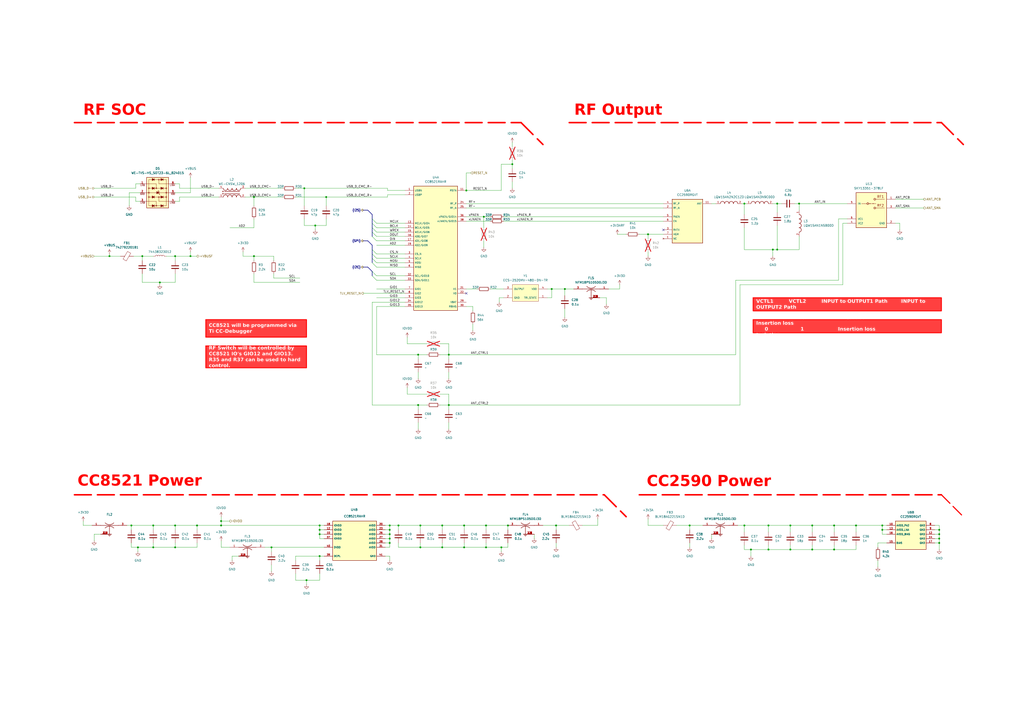
<source format=kicad_sch>
(kicad_sch (version 20231120) (generator "eeschema") (generator_version "8.0")
  (paper "A2")
  (title_block (title "RF SOC") (date "2025-03-29") (rev "0.1"))
  (junction (at 280.67 125.73))
  (junction (at 290.83 317.5))
  (junction (at 189.23 114.3))
  (junction (at 226.06 304.8))
  (junction (at 327.66 167.64))
  (junction (at 270.51 110.49))
  (junction (at 294.64 304.8))
  (junction (at 297.18 95.25))
  (junction (at 260.35 234.95))
  (junction (at 471.17 318.77))
  (junction (at 110.49 148.59))
  (junction (at 242.57 205.74))
  (junction (at 63.5 148.59))
  (junction (at 76.2 304.8))
  (junction (at 147.32 114.3))
  (junction (at 80.01 317.5))
  (junction (at 185.42 322.58))
  (junction (at 157.48 317.5))
  (junction (at 322.58 304.8))
  (junction (at 450.85 144.78))
  (junction (at 226.06 307.34))
  (junction (at 177.8 336.55))
  (junction (at 448.31 144.78))
  (junction (at 483.87 304.8))
  (junction (at 101.6 317.5))
  (junction (at 101.6 148.59))
  (junction (at 256.54 304.8))
  (junction (at 231.14 304.8))
  (junction (at 269.24 304.8))
  (junction (at 483.87 318.77))
  (junction (at 496.57 304.8))
  (junction (at 544.83 312.42))
  (junction (at 431.8 304.8))
  (junction (at 243.84 304.8))
  (junction (at 544.83 307.34))
  (junction (at 375.92 135.89))
  (junction (at 128.27 304.8))
  (junction (at 445.77 304.8))
  (junction (at 458.47 318.77))
  (junction (at 88.9 304.8))
  (junction (at 281.94 304.8))
  (junction (at 114.3 304.8))
  (junction (at 226.06 314.96))
  (junction (at 281.94 317.5))
  (junction (at 511.81 304.8))
  (junction (at 450.85 118.11))
  (junction (at 82.55 148.59))
  (junction (at 185.42 307.34))
  (junction (at 431.8 118.11))
  (junction (at 400.05 304.8))
  (junction (at 226.06 309.88))
  (junction (at 463.55 118.11))
  (junction (at 185.42 309.88))
  (junction (at 243.84 317.5))
  (junction (at 88.9 317.5))
  (junction (at 471.17 304.8))
  (junction (at 435.61 318.77))
  (junction (at 544.83 314.96))
  (junction (at 458.47 304.8))
  (junction (at 176.53 109.22))
  (junction (at 511.81 307.34))
  (junction (at 544.83 309.88))
  (junction (at 226.06 312.42))
  (junction (at 101.6 304.8))
  (junction (at 242.57 234.95))
  (junction (at 128.27 302.26))
  (junction (at 185.42 304.8))
  (junction (at 320.04 167.64))
  (junction (at 147.32 148.59))
  (junction (at 92.71 163.83))
  (junction (at 445.77 318.77))
  (junction (at 260.35 205.74))
  (junction (at 182.88 130.81))
  (junction (at 256.54 317.5))
  (junction (at 269.24 317.5))
  (no_connect (at 384.81 133.35))
  (no_connect (at 270.51 170.18))
  (bus_entry (at 215.9 134.62) (size 2.54 2.54))
  (bus_entry (at 215.9 160.02) (size 2.54 2.54))
  (bus_entry (at 215.9 129.54) (size 2.54 2.54))
  (bus_entry (at 215.9 149.86) (size 2.54 2.54))
  (bus_entry (at 215.9 127) (size 2.54 2.54))
  (bus_entry (at 215.9 144.78) (size 2.54 2.54))
  (bus_entry (at 215.9 152.4) (size 2.54 2.54))
  (bus_entry (at 215.9 157.48) (size 2.54 2.54))
  (bus_entry (at 215.9 137.16) (size 2.54 2.54))
  (bus_entry (at 215.9 147.32) (size 2.54 2.54))
  (bus_entry (at 215.9 132.08) (size 2.54 2.54))
  (wire (pts (xy 280.67 125.73) (xy 280.67 132.08)))
  (wire (pts (xy 101.6 158.75) (xy 101.6 163.83)))
  (wire (pts (xy 218.44 129.54) (xy 234.95 129.54)))
  (wire (pts (xy 431.8 316.23) (xy 431.8 318.77)))
  (wire (pts (xy 140.97 146.05) (xy 140.97 148.59)))
  (wire (pts (xy 243.84 314.96) (xy 243.84 317.5)))
  (wire (pts (xy 242.57 215.9) (xy 242.57 219.71)))
  (bus (pts (xy 210.82 121.92) (xy 213.36 121.92)))
  (wire (pts (xy 231.14 304.8) (xy 243.84 304.8)))
  (wire (pts (xy 429.26 165.1) (xy 429.26 234.95)))
  (bus (pts (xy 215.9 124.46) (xy 215.9 127)))
  (wire (pts (xy 226.06 309.88) (xy 226.06 312.42)))
  (bus (pts (xy 215.9 124.46) (xy 213.36 121.92)))
  (wire (pts (xy 256.54 307.34) (xy 256.54 304.8)))
  (wire (pts (xy 176.53 127) (xy 176.53 130.81)))
  (wire (pts (xy 412.75 309.88) (xy 412.75 312.42)))
  (wire (pts (xy 280.67 139.7) (xy 280.67 143.51)))
  (wire (pts (xy 176.53 109.22) (xy 224.79 109.22)))
  (wire (pts (xy 431.8 144.78) (xy 431.8 132.08)))
  (wire (pts (xy 445.77 304.8) (xy 445.77 308.61)))
  (wire (pts (xy 114.3 314.96) (xy 114.3 317.5)))
  (wire (pts (xy 96.52 148.59) (xy 101.6 148.59)))
  (wire (pts (xy 370.84 135.89) (xy 375.92 135.89)))
  (wire (pts (xy 359.41 167.64) (xy 353.06 167.64)))
  (wire (pts (xy 158.75 161.29) (xy 173.99 161.29)))
  (wire (pts (xy 292.1 125.73) (xy 384.81 125.73)))
  (wire (pts (xy 101.6 148.59) (xy 110.49 148.59)))
  (wire (pts (xy 82.55 163.83) (xy 82.55 158.75)))
  (wire (pts (xy 429.26 165.1) (xy 488.95 165.1)))
  (wire (pts (xy 185.42 307.34) (xy 185.42 304.8)))
  (wire (pts (xy 544.83 314.96) (xy 544.83 312.42)))
  (bus (pts (xy 215.9 157.48) (xy 213.36 154.94)))
  (wire (pts (xy 412.75 118.11) (xy 415.29 118.11)))
  (wire (pts (xy 231.14 304.8) (xy 231.14 307.34)))
  (wire (pts (xy 322.58 304.8) (xy 322.58 307.34)))
  (wire (pts (xy 270.51 167.64) (xy 276.86 167.64)))
  (wire (pts (xy 463.55 137.16) (xy 463.55 144.78)))
  (wire (pts (xy 218.44 134.62) (xy 234.95 134.62)))
  (wire (pts (xy 317.5 172.72) (xy 320.04 172.72)))
  (wire (pts (xy 281.94 304.8) (xy 294.64 304.8)))
  (wire (pts (xy 236.22 199.39) (xy 247.65 199.39)))
  (wire (pts (xy 187.96 312.42) (xy 185.42 312.42)))
  (wire (pts (xy 177.8 339.09) (xy 177.8 336.55)))
  (wire (pts (xy 281.94 317.5) (xy 290.83 317.5)))
  (wire (pts (xy 218.44 147.32) (xy 234.95 147.32)))
  (wire (pts (xy 215.9 234.95) (xy 242.57 234.95)))
  (wire (pts (xy 147.32 148.59) (xy 147.32 151.13)))
  (wire (pts (xy 185.42 336.55) (xy 185.42 332.74)))
  (wire (pts (xy 511.81 304.8) (xy 514.35 304.8)))
  (wire (pts (xy 544.83 312.42) (xy 544.83 309.88)))
  (bus (pts (xy 215.9 147.32) (xy 215.9 144.78)))
  (wire (pts (xy 260.35 199.39) (xy 260.35 205.74)))
  (wire (pts (xy 82.55 151.13) (xy 82.55 148.59)))
  (wire (pts (xy 448.31 118.11) (xy 450.85 118.11)))
  (polyline (pts (xy 43.18 71.12) (xy 302.26 71.12)) (stroke (width 0.889) (type dash) (color 255 0 0 1)))
  (wire (pts (xy 281.94 317.5) (xy 269.24 317.5)))
  (wire (pts (xy 375.92 300.99) (xy 375.92 304.8)))
  (wire (pts (xy 81.28 111.76) (xy 74.93 111.76)))
  (polyline (pts (xy 546.1 71.12) (xy 558.8 83.82)) (stroke (width 0.889) (type dash) (color 255 0 0 1)))
  (wire (pts (xy 289.56 175.26) (xy 289.56 172.72)))
  (wire (pts (xy 519.43 129.54) (xy 521.97 129.54)))
  (wire (pts (xy 450.85 130.81) (xy 450.85 144.78)))
  (wire (pts (xy 54.61 309.88) (xy 58.42 309.88)))
  (wire (pts (xy 101.6 314.96) (xy 101.6 317.5)))
  (wire (pts (xy 392.43 304.8) (xy 400.05 304.8)))
  (wire (pts (xy 226.06 307.34) (xy 226.06 309.88)))
  (polyline (pts (xy 370.84 287.02) (xy 546.1 287.02)) (stroke (width 0.889) (type dash) (color 255 0 0 1)))
  (wire (pts (xy 435.61 318.77) (xy 435.61 322.58)))
  (wire (pts (xy 78.74 106.68) (xy 78.74 109.22)))
  (wire (pts (xy 223.52 322.58) (xy 226.06 322.58)))
  (wire (pts (xy 147.32 163.83) (xy 173.99 163.83)))
  (wire (pts (xy 236.22 199.39) (xy 236.22 195.58)))
  (wire (pts (xy 218.44 137.16) (xy 234.95 137.16)))
  (wire (pts (xy 483.87 304.8) (xy 483.87 308.61)))
  (wire (pts (xy 88.9 304.8) (xy 101.6 304.8)))
  (wire (pts (xy 458.47 304.8) (xy 445.77 304.8)))
  (wire (pts (xy 491.49 127) (xy 486.41 127)))
  (wire (pts (xy 427.99 304.8) (xy 431.8 304.8)))
  (wire (pts (xy 236.22 224.79) (xy 236.22 228.6)))
  (bus (pts (xy 210.82 154.94) (xy 213.36 154.94)))
  (wire (pts (xy 320.04 172.72) (xy 320.04 167.64)))
  (bus (pts (xy 215.9 127) (xy 215.9 129.54)))
  (wire (pts (xy 80.01 320.04) (xy 80.01 317.5)))
  (wire (pts (xy 128.27 302.26) (xy 133.35 302.26)))
  (wire (pts (xy 431.8 304.8) (xy 431.8 308.61)))
  (wire (pts (xy 519.43 115.57) (xy 535.94 115.57)))
  (wire (pts (xy 297.18 95.25) (xy 297.18 92.71)))
  (wire (pts (xy 327.66 167.64) (xy 320.04 167.64)))
  (wire (pts (xy 463.55 118.11) (xy 491.49 118.11)))
  (wire (pts (xy 260.35 234.95) (xy 429.26 234.95)))
  (wire (pts (xy 322.58 314.96) (xy 322.58 317.5)))
  (wire (pts (xy 215.9 175.26) (xy 234.95 175.26)))
  (wire (pts (xy 358.14 135.89) (xy 363.22 135.89)))
  (wire (pts (xy 133.35 132.08) (xy 147.32 132.08)))
  (wire (pts (xy 327.66 171.45) (xy 327.66 167.64)))
  (wire (pts (xy 269.24 304.8) (xy 269.24 307.34)))
  (wire (pts (xy 224.79 110.49) (xy 234.95 110.49)))
  (wire (pts (xy 426.72 162.56) (xy 486.41 162.56)))
  (wire (pts (xy 104.14 114.3) (xy 104.14 116.84)))
  (wire (pts (xy 491.49 129.54) (xy 488.95 129.54)))
  (wire (pts (xy 458.47 318.77) (xy 458.47 316.23)))
  (wire (pts (xy 471.17 304.8) (xy 483.87 304.8)))
  (wire (pts (xy 128.27 302.26) (xy 128.27 304.8)))
  (wire (pts (xy 101.6 148.59) (xy 101.6 151.13)))
  (wire (pts (xy 270.51 100.33) (xy 270.51 110.49)))
  (wire (pts (xy 73.66 304.8) (xy 76.2 304.8)))
  (wire (pts (xy 280.67 125.73) (xy 284.48 125.73)))
  (bus (pts (xy 215.9 142.24) (xy 213.36 139.7)))
  (wire (pts (xy 157.48 317.5) (xy 157.48 320.04)))
  (wire (pts (xy 147.32 127) (xy 147.32 132.08)))
  (wire (pts (xy 63.5 147.32) (xy 63.5 148.59)))
  (wire (pts (xy 450.85 118.11) (xy 450.85 123.19)))
  (wire (pts (xy 92.71 163.83) (xy 82.55 163.83)))
  (wire (pts (xy 54.61 114.3) (xy 78.74 114.3)))
  (wire (pts (xy 260.35 205.74) (xy 426.72 205.74)))
  (wire (pts (xy 218.44 149.86) (xy 234.95 149.86)))
  (wire (pts (xy 242.57 234.95) (xy 242.57 237.49)))
  (wire (pts (xy 544.83 307.34) (xy 544.83 304.8)))
  (wire (pts (xy 128.27 317.5) (xy 133.35 317.5)))
  (wire (pts (xy 88.9 317.5) (xy 80.01 317.5)))
  (wire (pts (xy 234.95 113.03) (xy 224.79 113.03)))
  (wire (pts (xy 544.83 318.77) (xy 544.83 314.96)))
  (wire (pts (xy 322.58 304.8) (xy 314.96 304.8)))
  (wire (pts (xy 260.35 205.74) (xy 260.35 208.28)))
  (wire (pts (xy 297.18 82.55) (xy 297.18 85.09)))
  (wire (pts (xy 297.18 105.41) (xy 297.18 109.22)))
  (wire (pts (xy 327.66 184.15) (xy 327.66 179.07)))
  (wire (pts (xy 290.83 317.5) (xy 294.64 317.5)))
  (wire (pts (xy 104.14 116.84) (xy 101.6 116.84)))
  (wire (pts (xy 101.6 307.34) (xy 101.6 304.8)))
  (wire (pts (xy 431.8 118.11) (xy 431.8 124.46)))
  (wire (pts (xy 128.27 313.69) (xy 128.27 317.5)))
  (wire (pts (xy 218.44 167.64) (xy 234.95 167.64)))
  (wire (pts (xy 176.53 109.22) (xy 176.53 119.38)))
  (wire (pts (xy 445.77 318.77) (xy 458.47 318.77)))
  (wire (pts (xy 226.06 314.96) (xy 223.52 314.96)))
  (wire (pts (xy 483.87 318.77) (xy 483.87 316.23)))
  (wire (pts (xy 274.32 180.34) (xy 274.32 177.8)))
  (wire (pts (xy 511.81 307.34) (xy 514.35 307.34)))
  (wire (pts (xy 448.31 144.78) (xy 431.8 144.78)))
  (wire (pts (xy 223.52 307.34) (xy 226.06 307.34)))
  (wire (pts (xy 218.44 142.24) (xy 234.95 142.24)))
  (wire (pts (xy 351.79 172.72) (xy 347.98 172.72)))
  (wire (pts (xy 255.27 234.95) (xy 260.35 234.95)))
  (wire (pts (xy 78.74 116.84) (xy 81.28 116.84)))
  (wire (pts (xy 226.06 304.8) (xy 226.06 307.34)))
  (wire (pts (xy 236.22 228.6) (xy 247.65 228.6)))
  (wire (pts (xy 80.01 317.5) (xy 76.2 317.5)))
  (wire (pts (xy 77.47 148.59) (xy 82.55 148.59)))
  (wire (pts (xy 218.44 132.08) (xy 234.95 132.08)))
  (wire (pts (xy 255.27 228.6) (xy 260.35 228.6)))
  (wire (pts (xy 218.44 139.7) (xy 234.95 139.7)))
  (wire (pts (xy 496.57 318.77) (xy 496.57 316.23)))
  (wire (pts (xy 177.8 336.55) (xy 185.42 336.55)))
  (wire (pts (xy 290.83 110.49) (xy 290.83 95.25)))
  (wire (pts (xy 153.67 317.5) (xy 157.48 317.5)))
  (wire (pts (xy 171.45 332.74) (xy 171.45 336.55)))
  (wire (pts (xy 104.14 114.3) (xy 127 114.3)))
  (wire (pts (xy 430.53 118.11) (xy 431.8 118.11)))
  (wire (pts (xy 171.45 322.58) (xy 171.45 325.12)))
  (wire (pts (xy 509.27 325.12) (xy 509.27 328.93)))
  (wire (pts (xy 521.97 129.54) (xy 521.97 133.35)))
  (wire (pts (xy 544.83 304.8) (xy 542.29 304.8)))
  (wire (pts (xy 458.47 304.8) (xy 471.17 304.8)))
  (wire (pts (xy 110.49 148.59) (xy 114.3 148.59)))
  (wire (pts (xy 218.44 205.74) (xy 242.57 205.74)))
  (wire (pts (xy 158.75 148.59) (xy 158.75 151.13)))
  (wire (pts (xy 226.06 312.42) (xy 223.52 312.42)))
  (wire (pts (xy 147.32 148.59) (xy 158.75 148.59)))
  (wire (pts (xy 375.92 135.89) (xy 375.92 138.43)))
  (wire (pts (xy 189.23 114.3) (xy 224.79 114.3)))
  (wire (pts (xy 450.85 118.11) (xy 453.39 118.11)))
  (wire (pts (xy 542.29 314.96) (xy 544.83 314.96)))
  (wire (pts (xy 54.61 109.22) (xy 78.74 109.22)))
  (wire (pts (xy 431.8 304.8) (xy 445.77 304.8)))
  (wire (pts (xy 147.32 114.3) (xy 147.32 119.38)))
  (wire (pts (xy 48.26 304.8) (xy 53.34 304.8)))
  (wire (pts (xy 54.61 313.69) (xy 54.61 309.88)))
  (wire (pts (xy 92.71 165.1) (xy 92.71 163.83)))
  (bus (pts (xy 215.9 134.62) (xy 215.9 137.16)))
  (wire (pts (xy 243.84 317.5) (xy 256.54 317.5)))
  (wire (pts (xy 185.42 322.58) (xy 187.96 322.58)))
  (wire (pts (xy 270.51 125.73) (xy 280.67 125.73)))
  (wire (pts (xy 218.44 177.8) (xy 218.44 205.74)))
  (wire (pts (xy 448.31 144.78) (xy 448.31 148.59)))
  (wire (pts (xy 247.65 234.95) (xy 242.57 234.95)))
  (wire (pts (xy 48.26 302.26) (xy 48.26 304.8)))
  (wire (pts (xy 255.27 205.74) (xy 260.35 205.74)))
  (wire (pts (xy 76.2 304.8) (xy 88.9 304.8)))
  (wire (pts (xy 435.61 318.77) (xy 445.77 318.77)))
  (polyline (pts (xy 302.26 71.12) (xy 314.96 83.82)) (stroke (width 0.889) (type dash) (color 255 0 0 1)))
  (wire (pts (xy 104.14 109.22) (xy 127 109.22)))
  (wire (pts (xy 88.9 304.8) (xy 88.9 307.34)))
  (wire (pts (xy 158.75 158.75) (xy 158.75 161.29)))
  (wire (pts (xy 461.01 118.11) (xy 463.55 118.11)))
  (wire (pts (xy 223.52 304.8) (xy 226.06 304.8)))
  (wire (pts (xy 269.24 317.5) (xy 269.24 314.96)))
  (wire (pts (xy 519.43 120.65) (xy 535.94 120.65)))
  (wire (pts (xy 224.79 113.03) (xy 224.79 114.3)))
  (wire (pts (xy 226.06 304.8) (xy 231.14 304.8)))
  (polyline (pts (xy 546.1 287.02) (xy 558.8 299.72)) (stroke (width 0.635) (type dash) (color 255 0 0 1)))
  (wire (pts (xy 231.14 317.5) (xy 231.14 314.96)))
  (bus (pts (xy 210.82 139.7) (xy 213.36 139.7)))
  (wire (pts (xy 110.49 102.87) (xy 110.49 111.76)))
  (wire (pts (xy 426.72 162.56) (xy 426.72 205.74)))
  (wire (pts (xy 88.9 314.96) (xy 88.9 317.5)))
  (wire (pts (xy 511.81 304.8) (xy 511.81 307.34)))
  (wire (pts (xy 81.28 106.68) (xy 78.74 106.68)))
  (wire (pts (xy 375.92 304.8) (xy 384.81 304.8)))
  (bus (pts (xy 215.9 129.54) (xy 215.9 132.08)))
  (wire (pts (xy 82.55 148.59) (xy 88.9 148.59)))
  (wire (pts (xy 78.74 114.3) (xy 78.74 116.84)))
  (wire (pts (xy 255.27 199.39) (xy 260.35 199.39)))
  (wire (pts (xy 471.17 304.8) (xy 471.17 308.61)))
  (polyline (pts (xy 43.18 287.02) (xy 350.52 287.02)) (stroke (width 0.889) (type dash) (color 255 0 0 1)))
  (wire (pts (xy 185.42 312.42) (xy 185.42 309.88)))
  (wire (pts (xy 142.24 114.3) (xy 147.32 114.3)))
  (wire (pts (xy 317.5 167.64) (xy 320.04 167.64)))
  (wire (pts (xy 471.17 316.23) (xy 471.17 318.77)))
  (wire (pts (xy 458.47 318.77) (xy 471.17 318.77)))
  (wire (pts (xy 270.51 110.49) (xy 290.83 110.49)))
  (wire (pts (xy 185.42 309.88) (xy 187.96 309.88)))
  (wire (pts (xy 185.42 304.8) (xy 187.96 304.8)))
  (wire (pts (xy 309.88 309.88) (xy 309.88 312.42)))
  (wire (pts (xy 542.29 307.34) (xy 544.83 307.34)))
  (wire (pts (xy 63.5 148.59) (xy 69.85 148.59)))
  (wire (pts (xy 215.9 175.26) (xy 215.9 234.95)))
  (wire (pts (xy 134.62 322.58) (xy 138.43 322.58)))
  (wire (pts (xy 171.45 336.55) (xy 177.8 336.55)))
  (wire (pts (xy 509.27 314.96) (xy 509.27 317.5)))
  (wire (pts (xy 243.84 304.8) (xy 243.84 307.34)))
  (wire (pts (xy 256.54 317.5) (xy 269.24 317.5)))
  (wire (pts (xy 242.57 205.74) (xy 242.57 208.28)))
  (wire (pts (xy 76.2 317.5) (xy 76.2 314.96)))
  (wire (pts (xy 226.06 322.58) (xy 226.06 325.12)))
  (wire (pts (xy 134.62 325.12) (xy 134.62 322.58)))
  (wire (pts (xy 140.97 148.59) (xy 147.32 148.59)))
  (wire (pts (xy 544.83 309.88) (xy 544.83 307.34)))
  (wire (pts (xy 128.27 299.72) (xy 128.27 302.26)))
  (wire (pts (xy 243.84 304.8) (xy 256.54 304.8)))
  (wire (pts (xy 260.35 234.95) (xy 260.35 237.49)))
  (wire (pts (xy 92.71 163.83) (xy 101.6 163.83)))
  (wire (pts (xy 289.56 172.72) (xy 292.1 172.72)))
  (wire (pts (xy 218.44 177.8) (xy 234.95 177.8)))
  (wire (pts (xy 189.23 130.81) (xy 189.23 127)))
  (wire (pts (xy 346.71 300.99) (xy 346.71 304.8)))
  (wire (pts (xy 496.57 304.8) (xy 496.57 308.61)))
  (wire (pts (xy 290.83 320.04) (xy 290.83 317.5)))
  (bus (pts (xy 215.9 132.08) (xy 215.9 134.62)))
  (wire (pts (xy 270.51 128.27) (xy 284.48 128.27)))
  (wire (pts (xy 281.94 314.96) (xy 281.94 317.5)))
  (wire (pts (xy 256.54 304.8) (xy 269.24 304.8)))
  (wire (pts (xy 458.47 304.8) (xy 458.47 308.61)))
  (wire (pts (xy 114.3 304.8) (xy 128.27 304.8)))
  (wire (pts (xy 101.6 106.68) (xy 104.14 106.68)))
  (bus (pts (xy 215.9 149.86) (xy 215.9 147.32)))
  (wire (pts (xy 218.44 154.94) (xy 234.95 154.94)))
  (wire (pts (xy 514.35 314.96) (xy 509.27 314.96)))
  (wire (pts (xy 224.79 109.22) (xy 224.79 110.49)))
  (wire (pts (xy 256.54 314.96) (xy 256.54 317.5)))
  (wire (pts (xy 101.6 317.5) (xy 114.3 317.5)))
  (wire (pts (xy 330.2 304.8) (xy 322.58 304.8)))
  (wire (pts (xy 297.18 97.79) (xy 297.18 95.25)))
  (wire (pts (xy 431.8 118.11) (xy 433.07 118.11)))
  (wire (pts (xy 270.51 118.11) (xy 384.81 118.11)))
  (wire (pts (xy 445.77 316.23) (xy 445.77 318.77)))
  (wire (pts (xy 76.2 304.8) (xy 76.2 307.34)))
  (wire (pts (xy 260.35 215.9) (xy 260.35 219.71)))
  (wire (pts (xy 176.53 130.81) (xy 182.88 130.81)))
  (wire (pts (xy 74.93 111.76) (xy 74.93 119.38)))
  (wire (pts (xy 346.71 304.8) (xy 337.82 304.8)))
  (wire (pts (xy 88.9 317.5) (xy 101.6 317.5)))
  (wire (pts (xy 226.06 309.88) (xy 223.52 309.88)))
  (wire (pts (xy 247.65 205.74) (xy 242.57 205.74)))
  (wire (pts (xy 171.45 114.3) (xy 189.23 114.3)))
  (polyline (pts (xy 350.52 287.02) (xy 363.22 299.72)) (stroke (width 0.889) (type dash) (color 255 0 0 1)))
  (wire (pts (xy 400.05 314.96) (xy 400.05 317.5)))
  (bus (pts (xy 215.9 160.02) (xy 215.9 157.48)))
  (wire (pts (xy 274.32 187.96) (xy 274.32 191.77)))
  (wire (pts (xy 128.27 304.8) (xy 185.42 304.8)))
  (wire (pts (xy 260.35 245.11) (xy 260.35 248.92)))
  (wire (pts (xy 431.8 318.77) (xy 435.61 318.77)))
  (wire (pts (xy 270.51 120.65) (xy 384.81 120.65)))
  (wire (pts (xy 542.29 312.42) (xy 544.83 312.42)))
  (wire (pts (xy 511.81 309.88) (xy 514.35 309.88)))
  (wire (pts (xy 351.79 176.53) (xy 351.79 172.72)))
  (wire (pts (xy 54.61 148.59) (xy 63.5 148.59)))
  (wire (pts (xy 400.05 304.8) (xy 400.05 307.34)))
  (wire (pts (xy 294.64 314.96) (xy 294.64 317.5)))
  (wire (pts (xy 260.35 228.6) (xy 260.35 234.95)))
  (wire (pts (xy 281.94 304.8) (xy 281.94 307.34)))
  (wire (pts (xy 110.49 111.76) (xy 101.6 111.76)))
  (wire (pts (xy 294.64 307.34) (xy 294.64 304.8)))
  (wire (pts (xy 185.42 322.58) (xy 171.45 322.58)))
  (wire (pts (xy 511.81 307.34) (xy 511.81 309.88)))
  (bus (pts (xy 215.9 144.78) (xy 215.9 142.24)))
  (polyline (pts (xy 330.2 71.12) (xy 546.1 71.12)) (stroke (width 0.889) (type dash) (color 255 0 0 1)))
  (wire (pts (xy 226.06 314.96) (xy 226.06 317.5)))
  (wire (pts (xy 147.32 114.3) (xy 163.83 114.3)))
  (wire (pts (xy 375.92 146.05) (xy 375.92 148.59)))
  (wire (pts (xy 182.88 130.81) (xy 189.23 130.81)))
  (wire (pts (xy 471.17 318.77) (xy 483.87 318.77)))
  (wire (pts (xy 269.24 304.8) (xy 281.94 304.8)))
  (wire (pts (xy 463.55 144.78) (xy 450.85 144.78)))
  (wire (pts (xy 486.41 127) (xy 486.41 162.56)))
  (wire (pts (xy 142.24 109.22) (xy 163.83 109.22)))
  (wire (pts (xy 171.45 109.22) (xy 176.53 109.22)))
  (wire (pts (xy 243.84 317.5) (xy 231.14 317.5)))
  (wire (pts (xy 290.83 95.25) (xy 297.18 95.25)))
  (wire (pts (xy 274.32 177.8) (xy 270.51 177.8)))
  (wire (pts (xy 496.57 304.8) (xy 511.81 304.8)))
  (wire (pts (xy 157.48 327.66) (xy 157.48 331.47)))
  (wire (pts (xy 185.42 309.88) (xy 185.42 307.34)))
  (wire (pts (xy 242.57 245.11) (xy 242.57 248.92)))
  (wire (pts (xy 147.32 158.75) (xy 147.32 163.83)))
  (wire (pts (xy 542.29 309.88) (xy 544.83 309.88)))
  (wire (pts (xy 218.44 172.72) (xy 234.95 172.72)))
  (wire (pts (xy 483.87 304.8) (xy 496.57 304.8)))
  (wire (pts (xy 218.44 152.4) (xy 234.95 152.4)))
  (wire (pts (xy 270.51 100.33) (xy 273.05 100.33)))
  (wire (pts (xy 400.05 304.8) (xy 407.67 304.8)))
  (wire (pts (xy 114.3 304.8) (xy 114.3 307.34)))
  (wire (pts (xy 104.14 106.68) (xy 104.14 109.22)))
  (wire (pts (xy 226.06 317.5) (xy 223.52 317.5)))
  (wire (pts (xy 157.48 317.5) (xy 187.96 317.5)))
  (wire (pts (xy 359.41 165.1) (xy 359.41 167.64)))
  (wire (pts (xy 185.42 322.58) (xy 185.42 325.12)))
  (wire (pts (xy 483.87 318.77) (xy 496.57 318.77)))
  (wire (pts (xy 292.1 128.27) (xy 384.81 128.27)))
  (wire (pts (xy 450.85 144.78) (xy 448.31 144.78)))
  (wire (pts (xy 284.48 167.64) (xy 292.1 167.64)))
  (wire (pts (xy 327.66 167.64) (xy 332.74 167.64)))
  (wire (pts (xy 463.55 118.11) (xy 463.55 121.92)))
  (wire (pts (xy 182.88 130.81) (xy 182.88 133.35)))
  (wire (pts (xy 226.06 312.42) (xy 226.06 314.96)))
  (wire (pts (xy 488.95 129.54) (xy 488.95 165.1)))
  (wire (pts (xy 101.6 304.8) (xy 114.3 304.8)))
  (wire (pts (xy 375.92 135.89) (xy 384.81 135.89)))
  (bus (pts (xy 215.9 152.4) (xy 215.9 149.86)))
  (wire (pts (xy 210.82 170.18) (xy 234.95 170.18)))
  (wire (pts (xy 218.44 160.02) (xy 234.95 160.02)))
  (wire (pts (xy 110.49 146.05) (xy 110.49 148.59)))
  (wire (pts (xy 218.44 162.56) (xy 234.95 162.56)))
  (wire (pts (xy 185.42 307.34) (xy 187.96 307.34)))
  (wire (pts (xy 189.23 114.3) (xy 189.23 119.38)))
  (text_box "RF Switch will be controlled by CC8521 IO's GIO12 and GIO13. R35 and R37 can be used to hard control. " (at 119.38 200.66 0) (size 58.42 12.7) (stroke (width 0.508) (color 255 0 0 0.7490196078)) (fill (type color) (color 255 0 0 0.7490196078)) (effects (font (size 2.032 2.032) (thickness 0.3048) (bold yes)) (justify left)))
  (text_box "CC8521 will be programmed via Ti CC-Debugger" (at 119.38 185.42 0) (size 58.42 10.16) (stroke (width 0.508) (color 255 0 0 0.7490196078)) (fill (type color) (color 255 0 0 0.7490196078)) (effects (font (size 2.032 2.032) (thickness 0.3048) (bold yes)) (justify left)))
  (text_box "VCTL1         VCTL2         INPUT to OUTPUT1 Path        INPUT to OUTPUT2 Path " (at 436.88 172.72 0) (size 109.22 7.62) (stroke (width 0.508) (color 255 0 0 0.7490196078)) (fill (type color) (color 255 0 0 0.7490196078)) (effects (font (size 2.032 2.032) (thickness 0.3048) (bold yes)) (justify left)))
  (text_box "     1                   0                       Isolation                             Insertion loss\n     0                   1                    Insertion loss                             Isolation  " (at 436.88 185.42 0) (size 109.22 7.62) (stroke (width 0.508) (color 255 0 0 0.7490196078)) (fill (type color) (color 255 0 0 0.7490196078)) (effects (font (size 2.032 2.032) (thickness 0.3048) (bold yes)) (justify left)))
  (text "RF SOC" (at 66.548 65.786 0) (effects (font (size 6.35 6.35) (thickness 2.54) (bold yes))))
  (text "RF Output" (at 358.648 65.786 0) (effects (font (size 6.35 6.35) (thickness 2.54) (bold yes))))
  (text "CC2590 Power" (at 411.226 281.178 0) (effects (font (size 6.35 6.35) (thickness 2.54) (bold yes))))
  (text "CC8521 Power" (at 81.026 280.924 0) (effects (font (size 6.35 6.35) (thickness 2.54) (bold yes))))
  (label "SDA" (at 226.06 162.56 0))
  (label "MCLK" (at 226.06 129.54 0))
  (label "xLNAEN_R" (at 299.72 128.27 0))
  (label "MOSI" (at 226.06 152.4 0))
  (label "xPAEN" (at 271.78 125.73 0))
  (label "SCL" (at 167.64 161.29 0))
  (label "ANT_CTRL2" (at 273.05 234.95 0))
  (label "GIO13" (at 226.06 177.8 0))
  (label "DOUT" (at 226.06 137.16 0))
  (label "USB_D-" (at 58.42 109.22 0))
  (label "DIN" (at 226.06 139.7 0))
  (label "AD2" (at 138.43 132.08 0))
  (label "RF+" (at 271.78 118.11 0))
  (label "GIO3" (at 226.06 172.72 0))
  (label "MISO" (at 226.06 154.94 0))
  (label "RESET_N" (at 274.32 110.49 0))
  (label "WRCK" (at 226.06 134.62 0))
  (label "ANT_CTRL1" (at 273.05 205.74 0))
  (label "ANT_IN" (at 472.44 118.11 0))
  (label "USB_D+" (at 58.42 114.3 0))
  (label "GIO1" (at 226.06 167.64 0))
  (label "AD2" (at 226.06 142.24 0))
  (label "BCLK" (at 226.06 132.08 0))
  (label "GIO12" (at 226.06 175.26 0))
  (label "TLV_RESET_N" (at 222.25 170.18 0))
  (label "xLNAEN" (at 271.78 128.27 0))
  (label "ANT_SMA" (at 519.43 120.65 0))
  (label "USB_D-" (at 124.46 109.22 180))
  (label "SDA" (at 167.64 163.83 0))
  (label "ANT_PCB" (at 519.43 115.57 0))
  (label "USB_D_CMC+" (at 157.48 114.3 180))
  (label "USB_D_CMC_R-" (at 215.9 109.22 180))
  (label "USB_D_CMC-" (at 157.48 109.22 180))
  (label "USB_D+" (at 124.46 114.3 180))
  (label "RF-" (at 271.78 120.65 0))
  (label "USB_D_CMC_R+" (at 215.9 114.3 180))
  (label "SCL" (at 226.06 160.02 0))
  (label "SCLK" (at 226.06 149.86 0))
  (label "xPAEN_R" (at 299.72 125.73 0))
  (label "CS_N" (at 226.06 147.32 0))
  (hierarchical_label "IOVDD" (shape output) (at 133.35 302.26 0))
  (hierarchical_label "+VBUSF" (shape output) (at 114.3 148.59 0))
  (hierarchical_label "{SPI}" (shape bidirectional) (at 210.82 139.7 180) (effects (font (thickness 0.254) (bold yes))))
  (hierarchical_label "ANT_PCB" (shape output) (at 535.94 115.57 0))
  (hierarchical_label "RESET_N" (shape input) (at 273.05 100.33 0))
  (hierarchical_label "ANT_SMA" (shape output) (at 535.94 120.65 0))
  (hierarchical_label "USB_D+" (shape bidirectional) (at 54.61 114.3 180))
  (hierarchical_label "USB_D-" (shape bidirectional) (at 54.61 109.22 180))
  (hierarchical_label "+VBUS" (shape input) (at 54.61 148.59 180))
  (hierarchical_label "TLV_RESET_N" (shape output) (at 210.82 170.18 180))
  (hierarchical_label "{I2S}" (shape bidirectional) (at 210.82 121.92 180) (effects (font (thickness 0.254) (bold yes))))
  (hierarchical_label "{I2C}" (shape bidirectional) (at 210.82 154.94 180) (effects (font (thickness 0.254) (bold yes))))
  (symbol (lib_id "Wirelles_Guitar_Jack:SKY13351-378LF") (at 505.46 114.3 0) (unit 1)
    (property "Reference" "U13" (at 503.9614 106.68 0))
    (property "Value" "SKY13351-378LF" (at 503.9614 109.22 0))
    (property "Footprint" "Wirelles_Guitar_Jack:QFN6-LF" (effects (hide yes)))
    (property "MF" "Skyworks Solutions" (effects (hide yes)))
    (property "Description_1" "\n                        \n                            RF Switch IC 802.11/WiFi, WLAN SPDT 6 GHz 50Ohm 6-MLPD (1x1)\n                        \n" (effects (hide yes)))
    (property "Package" "XFDFN-6 Skyworks Solutions" (effects (hide yes)))
    (property "Price" "None" (effects (hide yes)))
    (property "SnapEDA_Link" "https://www.snapeda.com/parts/SKY13351-378LF/Skyworks+Solution%252C+Inc./view-part/?ref=snap" (effects (hide yes)))
    (property "MP" "SKY13351-378LF" (effects (hide yes)))
    (property "Availability" "In Stock" (effects (hide yes)))
    (property "Check_prices" "https://www.snapeda.com/parts/SKY13351-378LF/Skyworks+Solution%252C+Inc./view-part/?ref=eda" (effects (hide yes)))
  )
  (symbol (lib_id "Device:C") (at 242.57 241.3 0) (unit 1)
    (property "Reference" "C66" (at 246.38 240.0299 0) (effects (justify left)))
    (property "Value" "~" (at 246.38 242.5699 0) (effects (justify left)))
    (property "Footprint" "Capacitor_SMD:C_0402_1005Metric" (effects (hide yes)))
    (property "Description" "Unpolarized capacitor" (effects (hide yes)))
  )
  (symbol (lib_id "Device:R") (at 280.67 167.64 90) (unit 1)
    (property "Reference" "R32" (at 286.258 166.624 90))
    (property "Value" "33R" (at 275.844 166.624 90))
    (property "Footprint" "Resistor_SMD:R_0402_1005Metric" (effects (hide yes)))
    (property "Description" "Resistor" (effects (hide yes)))
  )
  (symbol (lib_id "Wirelles_Guitar_Jack:CC2590RGVT") (at 528.32 309.88 0) (unit 2)
    (property "Reference" "U6" (at 528.32 297.18 0))
    (property "Value" "CC2590RGVT" (at 528.32 299.72 0))
    (property "Footprint" "Wirelles_Guitar_Jack:QFN65P400X400X100-17N" (effects (hide yes)))
  )
  (symbol (lib_id "power:GND") (at 412.75 312.42 0) (unit 1)
    (property "Reference" "#PWR062" (effects (hide yes)))
    (property "Value" "GND" (at 412.75 317.5 0))
    (property "Description" "Power symbol creates a global label with name \"GND\" , ground" (effects (hide yes)))
  )
  (symbol (lib_id "power:GND") (at 297.18 109.22 0) (unit 1)
    (property "Reference" "#PWR042" (effects (hide yes)))
    (property "Value" "GND" (at 297.18 114.3 0))
    (property "Description" "Power symbol creates a global label with name \"GND\" , ground" (effects (hide yes)))
  )
  (symbol (lib_id "power:+5VA") (at 63.5 147.32 0) (mirror y) (unit 1)
    (property "Reference" "#PWR076" (effects (hide yes)))
    (property "Value" "+VBUS" (at 63.5 142.24 0))
    (property "Description" "Power symbol creates a global label with name \"+5VA\"" (effects (hide yes)))
  )
  (symbol (lib_id "power:GND") (at 260.35 219.71 0) (unit 1)
    (property "Reference" "#PWR0111" (effects (hide yes)))
    (property "Value" "GND" (at 260.35 224.79 0))
    (property "Description" "Power symbol creates a global label with name \"GND\" , ground" (effects (hide yes)))
  )
  (symbol (lib_id "Device:R") (at 251.46 205.74 270) (unit 1)
    (property "Reference" "R39" (at 251.46 202.692 90))
    (property "Value" "~" (at 251.46 201.93 90))
    (property "Footprint" "Resistor_SMD:R_0402_1005Metric" (effects (hide yes)))
    (property "Description" "Resistor" (effects (hide yes)))
  )
  (symbol (lib_id "Device:C") (at 260.35 212.09 0) (unit 1)
    (property "Reference" "C68" (at 264.16 210.8199 0) (effects (justify left)))
    (property "Value" "~" (at 264.16 213.3599 0) (effects (justify left)))
    (property "Footprint" "Capacitor_SMD:C_0402_1005Metric" (effects (hide yes)))
    (property "Description" "Unpolarized capacitor" (effects (hide yes)))
  )
  (symbol (lib_id "Device:R") (at 288.29 125.73 90) (unit 1)
    (property "Reference" "R34" (at 293.878 124.714 90))
    (property "Value" "33R" (at 283.464 124.714 90))
    (property "Footprint" "Resistor_SMD:R_0402_1005Metric" (effects (hide yes)))
    (property "Description" "Resistor" (effects (hide yes)))
  )
  (symbol (lib_id "Device:C") (at 82.55 154.94 0) (unit 1)
    (property "Reference" "C22" (at 86.36 153.6699 0) (effects (justify left)))
    (property "Value" "10u" (at 86.36 156.2099 0) (effects (justify left)))
    (property "Footprint" "Capacitor_SMD:C_0805_2012Metric" (effects (hide yes)))
    (property "Description" "Unpolarized capacitor" (effects (hide yes)))
  )
  (symbol (lib_id "power:GND") (at 448.31 148.59 0) (unit 1)
    (property "Reference" "#PWR046" (effects (hide yes)))
    (property "Value" "GND" (at 448.31 153.67 0))
    (property "Description" "Power symbol creates a global label with name \"GND\" , ground" (effects (hide yes)))
  )
  (symbol (lib_id "power:+5VA") (at 359.41 165.1 0) (mirror y) (unit 1)
    (property "Reference" "#PWR051" (effects (hide yes)))
    (property "Value" "+3V3D" (at 359.41 160.02 0))
    (property "Description" "Power symbol creates a global label with name \"+5VA\"" (effects (hide yes)))
  )
  (symbol (lib_id "Device:R") (at 147.32 154.94 180) (unit 1)
    (property "Reference" "R3" (at 149.86 153.6699 0) (effects (justify right)))
    (property "Value" "2.2k" (at 149.86 156.2099 0) (effects (justify right)))
    (property "Footprint" "Resistor_SMD:R_0402_1005Metric" (effects (hide yes)))
    (property "Description" "Resistor" (effects (hide yes)))
  )
  (symbol (lib_id "Device:C") (at 76.2 311.15 0) (unit 1)
    (property "Reference" "C44" (at 80.01 309.8799 0) (effects (justify left)))
    (property "Value" "0.1u" (at 80.01 312.4199 0) (effects (justify left)))
    (property "Footprint" "Capacitor_SMD:C_0402_1005Metric" (effects (hide yes)))
    (property "Description" "Unpolarized capacitor" (effects (hide yes)))
  )
  (symbol (lib_id "power:+5VA") (at 346.71 300.99 0) (mirror y) (unit 1)
    (property "Reference" "#PWR066" (effects (hide yes)))
    (property "Value" "+3V3A" (at 346.71 295.91 0))
    (property "Description" "Power symbol creates a global label with name \"+5VA\"" (effects (hide yes)))
  )
  (symbol (lib_id "power:+5VA") (at 48.26 302.26 0) (unit 1)
    (property "Reference" "#PWR047" (effects (hide yes)))
    (property "Value" "+3V3D" (at 48.26 297.18 0))
    (property "Description" "Power symbol creates a global label with name \"+5VA\"" (effects (hide yes)))
  )
  (symbol (lib_id "Device:C") (at 294.64 311.15 0) (unit 1)
    (property "Reference" "C48" (at 298.45 309.8799 0) (effects (justify left)))
    (property "Value" "0.1u" (at 298.45 312.4199 0) (effects (justify left)))
    (property "Footprint" "Capacitor_SMD:C_0402_1005Metric" (effects (hide yes)))
    (property "Description" "Unpolarized capacitor" (effects (hide yes)))
  )
  (symbol (lib_id "Device:C") (at 176.53 123.19 0) (unit 1)
    (property "Reference" "C19" (at 180.34 121.9199 0) (effects (justify left)))
    (property "Value" "47p" (at 180.34 124.4599 0) (effects (justify left)))
    (property "Footprint" "Capacitor_SMD:C_0402_1005Metric" (effects (hide yes)))
    (property "Description" "Unpolarized capacitor" (effects (hide yes)))
  )
  (symbol (lib_id "power:GND") (at 544.83 318.77 0) (unit 1)
    (property "Reference" "#PWR045" (effects (hide yes)))
    (property "Value" "GND" (at 544.83 323.85 0))
    (property "Description" "Power symbol creates a global label with name \"GND\" , ground" (effects (hide yes)))
  )
  (symbol (lib_id "power:GND") (at 375.92 148.59 0) (unit 1)
    (property "Reference" "#PWR054" (effects (hide yes)))
    (property "Value" "GND" (at 375.92 153.67 0))
    (property "Description" "Power symbol creates a global label with name \"GND\" , ground" (effects (hide yes)))
  )
  (symbol (lib_id "Device:R") (at 158.75 154.94 180) (unit 1)
    (property "Reference" "R22" (at 161.29 153.6699 0) (effects (justify right)))
    (property "Value" "2.2k" (at 161.29 156.2099 0) (effects (justify right)))
    (property "Footprint" "Resistor_SMD:R_0402_1005Metric" (effects (hide yes)))
    (property "Description" "Resistor" (effects (hide yes)))
  )
  (symbol (lib_id "power:GND") (at 242.57 219.71 0) (unit 1)
    (property "Reference" "#PWR0110" (effects (hide yes)))
    (property "Value" "GND" (at 242.57 224.79 0))
    (property "Description" "Power symbol creates a global label with name \"GND\" , ground" (effects (hide yes)))
  )
  (symbol (lib_id "Device:C") (at 471.17 312.42 0) (unit 1)
    (property "Reference" "C34" (at 474.98 311.1499 0) (effects (justify left)))
    (property "Value" "1n" (at 474.98 313.6899 0) (effects (justify left)))
    (property "Footprint" "Capacitor_SMD:C_0402_1005Metric" (effects (hide yes)))
    (property "Description" "Unpolarized capacitor" (effects (hide yes)))
  )
  (symbol (lib_id "Device:R") (at 251.46 228.6 270) (unit 1) (dnp yes)
    (property "Reference" "R37" (at 251.46 222.25 90))
    (property "Value" "10k" (at 251.46 224.79 90))
    (property "Footprint" "Resistor_SMD:R_0402_1005Metric" (effects (hide yes)))
    (property "Description" "Resistor" (effects (hide yes)))
  )
  (symbol (lib_id "power:GND") (at 400.05 317.5 0) (unit 1)
    (property "Reference" "#PWR061" (effects (hide yes)))
    (property "Value" "GND" (at 400.05 322.58 0))
    (property "Description" "Power symbol creates a global label with name \"GND\" , ground" (effects (hide yes)))
  )
  (symbol (lib_id "power:GND") (at 274.32 191.77 0) (unit 1)
    (property "Reference" "#PWR074" (effects (hide yes)))
    (property "Value" "GND" (at 274.32 196.85 0))
    (property "Description" "Power symbol creates a global label with name \"GND\" , ground" (effects (hide yes)))
  )
  (symbol (lib_id "power:+5VA") (at 375.92 300.99 0) (unit 1)
    (property "Reference" "#PWR063" (effects (hide yes)))
    (property "Value" "+3V3A" (at 375.92 295.91 0))
    (property "Description" "Power symbol creates a global label with name \"+5VA\"" (effects (hide yes)))
  )
  (symbol (lib_id "Device:FerriteBead") (at 73.66 148.59 90) (unit 1)
    (property "Reference" "FB1" (at 73.6092 140.97 90))
    (property "Value" "74279220181" (at 73.6092 143.51 90))
    (property "Footprint" "Inductor_SMD:L_0805_2012Metric" (effects (hide yes)))
    (property "Datasheet" "https://www.we-online.com/components/products/datasheet/74279220181.pdf" (effects (hide yes)))
    (property "Description" "74279220181" (effects (hide yes)))
  )
  (symbol (lib_id "Device:R") (at 251.46 199.39 90) (unit 1) (dnp yes)
    (property "Reference" "R35" (at 251.46 193.04 90))
    (property "Value" "10k" (at 251.46 195.58 90))
    (property "Footprint" "Resistor_SMD:R_0402_1005Metric" (effects (hide yes)))
    (property "Description" "Resistor" (effects (hide yes)))
  )
  (symbol (lib_id "Device:C") (at 450.85 127 180) (unit 1)
    (property "Reference" "C27" (at 454.66 125.7299 0) (effects (justify right)))
    (property "Value" "1.8p" (at 454.66 128.2699 0) (effects (justify right)))
    (property "Footprint" "Capacitor_SMD:C_0402_1005Metric" (effects (hide yes)))
    (property "Description" "Unpolarized capacitor" (effects (hide yes)))
  )
  (symbol (lib_id "Wirelles_Guitar_Jack:LQW15AN3N9C00D") (at 440.69 118.11 0) (unit 1)
    (property "Reference" "L5" (at 440.69 111.76 0))
    (property "Value" "LQW15AN3N9C00D" (at 440.69 114.3 0))
    (property "Footprint" "Wirelles_Guitar_Jack:INDC1006X60N" (effects (hide yes)))
  )
  (symbol (lib_id "Device:R") (at 274.32 184.15 180) (unit 1)
    (property "Reference" "R44" (at 276.86 182.8799 0) (effects (justify right)))
    (property "Value" "56k" (at 276.86 185.4199 0) (effects (justify right)))
    (property "Footprint" "Resistor_SMD:R_0402_1005Metric" (effects (hide yes)))
    (property "Description" "Resistor" (effects (hide yes)))
  )
  (symbol (lib_id "Wirelles_Guitar_Jack:NFM18PS105D0J3D") (at 304.8 304.8 0) (mirror y) (unit 1)
    (property "Reference" "FL4" (at 304.8 298.45 0))
    (property "Value" "NFM18PS105D0J3D" (at 304.8 300.99 0))
    (property "Footprint" "Wirelles_Guitar_Jack:FIL_NFM18PS105D0J3D" (effects (hide yes)))
    (property "Description" "Feedthrough Capacitor" (effects (hide yes)))
    (property "MF" "Murata" (effects (hide yes)))
    (property "PACKAGE" "0603 Murata" (effects (hide yes)))
    (property "PRICE" "None" (effects (hide yes)))
    (property "Package" "NONSTANDARD" (effects (hide yes)))
    (property "Check_prices" "https://www.snapeda.com/parts/NFM18PS105D0J3D/Murata/view-part/?ref=eda" (effects (hide yes)))
    (property "Price" "None" (effects (hide yes)))
    (property "SnapEDA_Link" "https://www.snapeda.com/parts/NFM18PS105D0J3D/Murata/view-part/?ref=snap" (effects (hide yes)))
    (property "MP" "NFM18PS105D0J3D" (effects (hide yes)))
    (property "Availability" "In Stock" (effects (hide yes)))
    (property "AVAILABILITY" "Unavailable" (effects (hide yes)))
    (property "Description_1" "\n                        \n                            SMD Capacitor  with Capacitance: 1.0uF Tol. 20%. Rated Voltage: 6.3Vdc\n                        \n" (effects (hide yes)))
  )
  (symbol (lib_id "power:+5VA") (at 110.49 146.05 0) (unit 1)
    (property "Reference" "#PWR036" (effects (hide yes)))
    (property "Value" "+VBUSF" (at 110.49 140.97 0))
    (property "Description" "Power symbol creates a global label with name \"+5VA\"" (effects (hide yes)))
  )
  (symbol (lib_id "Device:R") (at 297.18 88.9 180) (unit 1) (dnp yes)
    (property "Reference" "R36" (at 299.72 87.6299 0) (effects (justify right)))
    (property "Value" "10k" (at 299.72 90.1699 0) (effects (justify right)))
    (property "Footprint" "Resistor_SMD:R_0402_1005Metric" (effects (hide yes)))
    (property "Description" "Resistor" (effects (hide yes)))
  )
  (symbol (lib_id "Device:C") (at 297.18 101.6 0) (unit 1)
    (property "Reference" "C24" (at 300.99 100.3299 0) (effects (justify left)))
    (property "Value" "1n" (at 300.99 102.8699 0) (effects (justify left)))
    (property "Footprint" "Capacitor_SMD:C_0402_1005Metric" (effects (hide yes)))
    (property "Description" "Unpolarized capacitor" (effects (hide yes)))
  )
  (symbol (lib_id "Device:R") (at 367.03 135.89 270) (unit 1)
    (property "Reference" "R41" (at 367.03 129.54 90))
    (property "Value" "10k" (at 367.03 132.08 90))
    (property "Footprint" "Resistor_SMD:R_0402_1005Metric" (effects (hide yes)))
    (property "Description" "Resistor" (effects (hide yes)))
  )
  (symbol (lib_id "Device:C") (at 185.42 328.93 0) (unit 1)
    (property "Reference" "C31" (at 189.23 327.6599 0) (effects (justify left)))
    (property "Value" "0.1u" (at 189.23 330.1999 0) (effects (justify left)))
    (property "Footprint" "Capacitor_SMD:C_0402_1005Metric" (effects (hide yes)))
    (property "Description" "Unpolarized capacitor" (effects (hide yes)))
  )
  (symbol (lib_name "CC8521RHAR_1") (lib_id "Wirelles_Guitar_Jack:CC8521RHAR") (at 252.73 132.08 0) (unit 1)
    (property "Reference" "U4" (at 252.73 102.87 0))
    (property "Value" "CC8521RAHR" (at 252.73 105.41 0))
    (property "Footprint" "Wirelles_Guitar_Jack:QFN50P600X600X100-41N" (effects (hide yes)))
  )
  (symbol (lib_id "Device:C") (at 231.14 311.15 0) (unit 1)
    (property "Reference" "C49" (at 234.95 309.8799 0) (effects (justify left)))
    (property "Value" "0.1u" (at 234.95 312.4199 0) (effects (justify left)))
    (property "Footprint" "Capacitor_SMD:C_0402_1005Metric" (effects (hide yes)))
    (property "Description" "Unpolarized capacitor" (effects (hide yes)))
  )
  (symbol (lib_id "Device:C") (at 243.84 311.15 0) (unit 1)
    (property "Reference" "C50" (at 247.65 309.8799 0) (effects (justify left)))
    (property "Value" "0.1u" (at 247.65 312.4199 0) (effects (justify left)))
    (property "Footprint" "Capacitor_SMD:C_0402_1005Metric" (effects (hide yes)))
    (property "Description" "Unpolarized capacitor" (effects (hide yes)))
  )
  (symbol (lib_id "Device:C") (at 496.57 312.42 0) (unit 1)
    (property "Reference" "C36" (at 500.38 311.1499 0) (effects (justify left)))
    (property "Value" "1n" (at 500.38 313.6899 0) (effects (justify left)))
    (property "Footprint" "Capacitor_SMD:C_0402_1005Metric" (effects (hide yes)))
    (property "Description" "Unpolarized capacitor" (effects (hide yes)))
  )
  (symbol (lib_id "Device:C") (at 281.94 311.15 0) (unit 1)
    (property "Reference" "C47" (at 285.75 309.8799 0) (effects (justify left)))
    (property "Value" "0.1u" (at 285.75 312.4199 0) (effects (justify left)))
    (property "Footprint" "Capacitor_SMD:C_0402_1005Metric" (effects (hide yes)))
    (property "Description" "Unpolarized capacitor" (effects (hide yes)))
  )
  (symbol (lib_id "power:+5VA") (at 297.18 82.55 0) (unit 1)
    (property "Reference" "#PWR082" (effects (hide yes)))
    (property "Value" "IOVDD" (at 297.18 77.47 0))
    (property "Description" "Power symbol creates a global label with name \"+5VA\"" (effects (hide yes)))
  )
  (symbol (lib_id "Wirelles_Guitar_Jack:NFM18PS105D0J3D") (at 342.9 167.64 0) (mirror y) (unit 1)
    (property "Reference" "FL5" (at 342.9 161.29 0))
    (property "Value" "NFM18PS105D0J3D" (at 342.9 163.83 0))
    (property "Footprint" "Wirelles_Guitar_Jack:FIL_NFM18PS105D0J3D" (effects (hide yes)))
    (property "Description" "Feedthrough Capacitor" (effects (hide yes)))
    (property "MF" "Murata" (effects (hide yes)))
    (property "PACKAGE" "0603 Murata" (effects (hide yes)))
    (property "PRICE" "None" (effects (hide yes)))
    (property "Package" "NONSTANDARD" (effects (hide yes)))
    (property "Check_prices" "https://www.snapeda.com/parts/NFM18PS105D0J3D/Murata/view-part/?ref=eda" (effects (hide yes)))
    (property "Price" "None" (effects (hide yes)))
    (property "SnapEDA_Link" "https://www.snapeda.com/parts/NFM18PS105D0J3D/Murata/view-part/?ref=snap" (effects (hide yes)))
    (property "MP" "NFM18PS105D0J3D" (effects (hide yes)))
    (property "Availability" "In Stock" (effects (hide yes)))
    (property "AVAILABILITY" "Unavailable" (effects (hide yes)))
    (property "Description_1" "\n                        \n                            SMD Capacitor  with Capacitance: 1.0uF Tol. 20%. Rated Voltage: 6.3Vdc\n                        \n" (effects (hide yes)))
  )
  (symbol (lib_id "power:GND") (at 509.27 328.93 0) (unit 1)
    (property "Reference" "#PWR053" (effects (hide yes)))
    (property "Value" "GND" (at 509.27 334.01 0))
    (property "Description" "Power symbol creates a global label with name \"GND\" , ground" (effects (hide yes)))
  )
  (symbol (lib_id "power:+5VA") (at 128.27 299.72 0) (unit 1)
    (property "Reference" "#PWR059" (effects (hide yes)))
    (property "Value" "IOVDD" (at 128.27 294.64 0))
    (property "Description" "Power symbol creates a global label with name \"+5VA\"" (effects (hide yes)))
  )
  (symbol (lib_id "Wirelles_Guitar_Jack:NFM18PS105D0J3D") (at 143.51 317.5 0) (unit 1)
    (property "Reference" "FL3" (at 143.51 311.15 0))
    (property "Value" "NFM18PS105D0J3D" (at 143.51 313.69 0))
    (property "Footprint" "Wirelles_Guitar_Jack:FIL_NFM18PS105D0J3D" (effects (hide yes)))
    (property "Description" "Feedthrough Capacitor" (effects (hide yes)))
    (property "MF" "Murata" (effects (hide yes)))
    (property "PACKAGE" "0603 Murata" (effects (hide yes)))
    (property "PRICE" "None" (effects (hide yes)))
    (property "Package" "NONSTANDARD" (effects (hide yes)))
    (property "Check_prices" "https://www.snapeda.com/parts/NFM18PS105D0J3D/Murata/view-part/?ref=eda" (effects (hide yes)))
    (property "Price" "None" (effects (hide yes)))
    (property "SnapEDA_Link" "https://www.snapeda.com/parts/NFM18PS105D0J3D/Murata/view-part/?ref=snap" (effects (hide yes)))
    (property "MP" "NFM18PS105D0J3D" (effects (hide yes)))
    (property "Availability" "In Stock" (effects (hide yes)))
    (property "AVAILABILITY" "Unavailable" (effects (hide yes)))
    (property "Description_1" "\n                        \n                            SMD Capacitor  with Capacitance: 1.0uF Tol. 20%. Rated Voltage: 6.3Vdc\n                        \n" (effects (hide yes)))
  )
  (symbol (lib_id "power:GND") (at 54.61 313.69 0) (unit 1)
    (property "Reference" "#PWR065" (effects (hide yes)))
    (property "Value" "GND" (at 54.61 318.77 0))
    (property "Description" "Power symbol creates a global label with name \"GND\" , ground" (effects (hide yes)))
  )
  (symbol (lib_id "power:GND") (at 435.61 322.58 0) (unit 1)
    (property "Reference" "#PWR057" (effects (hide yes)))
    (property "Value" "GND" (at 435.61 327.66 0))
    (property "Description" "Power symbol creates a global label with name \"GND\" , ground" (effects (hide yes)))
  )
  (symbol (lib_id "power:GND") (at 74.93 119.38 0) (unit 1)
    (property "Reference" "#PWR037" (effects (hide yes)))
    (property "Value" "GND" (at 74.93 124.46 0))
    (property "Description" "Power symbol creates a global label with name \"GND\" , ground" (effects (hide yes)))
  )
  (symbol (lib_id "Wirelles_Guitar_Jack:NFM18PS105D0J3D") (at 417.83 304.8 0) (unit 1)
    (property "Reference" "FL1" (at 417.83 298.45 0))
    (property "Value" "NFM18PS105D0J3D" (at 417.83 300.99 0))
    (property "Footprint" "Wirelles_Guitar_Jack:FIL_NFM18PS105D0J3D" (effects (hide yes)))
    (property "Description" "Feedthrough Capacitor" (effects (hide yes)))
    (property "MF" "Murata" (effects (hide yes)))
    (property "PACKAGE" "0603 Murata" (effects (hide yes)))
    (property "PRICE" "None" (effects (hide yes)))
    (property "Package" "NONSTANDARD" (effects (hide yes)))
    (property "Check_prices" "https://www.snapeda.com/parts/NFM18PS105D0J3D/Murata/view-part/?ref=eda" (effects (hide yes)))
    (property "Price" "None" (effects (hide yes)))
    (property "SnapEDA_Link" "https://www.snapeda.com/parts/NFM18PS105D0J3D/Murata/view-part/?ref=snap" (effects (hide yes)))
    (property "MP" "NFM18PS105D0J3D" (effects (hide yes)))
    (property "Availability" "In Stock" (effects (hide yes)))
    (property "AVAILABILITY" "Unavailable" (effects (hide yes)))
    (property "Description_1" "\n                        \n                            SMD Capacitor  with Capacitance: 1.0uF Tol. 20%. Rated Voltage: 6.3Vdc\n                        \n" (effects (hide yes)))
  )
  (symbol (lib_id "power:GND") (at 260.35 248.92 0) (unit 1)
    (property "Reference" "#PWR0108" (effects (hide yes)))
    (property "Value" "GND" (at 260.35 254 0))
    (property "Description" "Power symbol creates a global label with name \"GND\" , ground" (effects (hide yes)))
  )
  (symbol (lib_id "Wirelles_Guitar_Jack:WE-TVS-HS_SOT23-6L_824015") (at 91.44 111.76 0) (unit 1)
    (property "Reference" "D5" (at 91.44 97.79 0))
    (property "Value" "WE-TVS-HS_SOT23-6L_824015" (at 91.44 100.33 0))
    (property "Footprint" "Wirelles_Guitar_Jack:WE-TVS_SOT23-6L" (effects (hide yes)))
    (property "DigiKey_Part_Number" "732-4467-2-ND" (effects (hide yes)))
    (property "SnapEDA_Link" "https://www.snapeda.com/parts/824015/W%25C3%25BCrth+Elektronik+Midcom/view-part/?ref=snap" (effects (hide yes)))
    (property "Description_1" "\n                        \n                            8.2V (Typ) Clamp 4A (8/20µs) Ipp Tvs Diode Surface Mount SOT-23-6L\n                        \n" (effects (hide yes)))
    (property "MF" "Würth Elektronik" (effects (hide yes)))
    (property "Package" "None" (effects (hide yes)))
    (property "Check_prices" "https://www.snapeda.com/parts/824015/W%25C3%25BCrth+Elektronik+Midcom/view-part/?ref=eda" (effects (hide yes)))
    (property "MP" "824015" (effects (hide yes)))
  )
  (symbol (lib_id "power:+5VA") (at 358.14 135.89 0) (unit 1)
    (property "Reference" "#PWR055" (effects (hide yes)))
    (property "Value" "+3V3ARF" (at 358.14 130.81 0))
    (property "Description" "Power symbol creates a global label with name \"+5VA\"" (effects (hide yes)))
  )
  (symbol (lib_id "Device:R") (at 375.92 142.24 180) (unit 1) (dnp yes)
    (property "Reference" "R42" (at 378.46 140.9699 0) (effects (justify right)))
    (property "Value" "10k" (at 378.46 143.5099 0) (effects (justify right)))
    (property "Footprint" "Resistor_SMD:R_0402_1005Metric" (effects (hide yes)))
    (property "Description" "Resistor" (effects (hide yes)))
  )
  (symbol (lib_id "power:GND") (at 177.8 339.09 0) (unit 1)
    (property "Reference" "#PWR064" (effects (hide yes)))
    (property "Value" "GND" (at 177.8 344.17 0))
    (property "Description" "Power symbol creates a global label with name \"GND\" , ground" (effects (hide yes)))
  )
  (symbol (lib_id "Device:C") (at 189.23 123.19 0) (unit 1)
    (property "Reference" "C20" (at 193.04 121.9199 0) (effects (justify left)))
    (property "Value" "47p" (at 193.04 124.4599 0) (effects (justify left)))
    (property "Footprint" "Capacitor_SMD:C_0402_1005Metric" (effects (hide yes)))
    (property "Description" "Unpolarized capacitor" (effects (hide yes)))
  )
  (symbol (lib_id "power:GND") (at 289.56 175.26 0) (unit 1)
    (property "Reference" "#PWR040" (effects (hide yes)))
    (property "Value" "GND" (at 289.56 180.34 0))
    (property "Description" "Power symbol creates a global label with name \"GND\" , ground" (effects (hide yes)))
  )
  (symbol (lib_id "Device:C") (at 322.58 311.15 0) (mirror y) (unit 1)
    (property "Reference" "C45" (at 318.77 309.8799 0) (effects (justify left)))
    (property "Value" "2.2u" (at 318.77 312.4199 0) (effects (justify left)))
    (property "Footprint" "Capacitor_SMD:C_0402_1005Metric" (effects (hide yes)))
    (property "Description" "Unpolarized capacitor" (effects (hide yes)))
  )
  (symbol (lib_id "Device:C") (at 431.8 128.27 0) (unit 1)
    (property "Reference" "C25" (at 435.61 126.9999 0) (effects (justify left)))
    (property "Value" "1.2p" (at 435.61 129.5399 0) (effects (justify left)))
    (property "Footprint" "Capacitor_SMD:C_0402_1005Metric" (effects (hide yes)))
    (property "Description" "Unpolarized capacitor" (effects (hide yes)))
  )
  (symbol (lib_id "power:GND") (at 80.01 320.04 0) (unit 1)
    (property "Reference" "#PWR070" (effects (hide yes)))
    (property "Value" "GND" (at 80.01 325.12 0))
    (property "Description" "Power symbol creates a global label with name \"GND\" , ground" (effects (hide yes)))
  )
  (symbol (lib_id "Device:C") (at 445.77 312.42 0) (unit 1)
    (property "Reference" "C32" (at 449.58 311.1499 0) (effects (justify left)))
    (property "Value" "1n" (at 449.58 313.6899 0) (effects (justify left)))
    (property "Footprint" "Capacitor_SMD:C_0402_1005Metric" (effects (hide yes)))
    (property "Description" "Unpolarized capacitor" (effects (hide yes)))
  )
  (symbol (lib_id "power:GND") (at 290.83 320.04 0) (unit 1)
    (property "Reference" "#PWR071" (effects (hide yes)))
    (property "Value" "GND" (at 290.83 325.12 0))
    (property "Description" "Power symbol creates a global label with name \"GND\" , ground" (effects (hide yes)))
  )
  (symbol (lib_id "power:+5VA") (at 236.22 224.79 0) (unit 1)
    (property "Reference" "#PWR0139" (effects (hide yes)))
    (property "Value" "IOVDD" (at 236.22 219.71 0))
    (property "Description" "Power symbol creates a global label with name \"+5VA\"" (effects (hide yes)))
  )
  (symbol (lib_id "Device:C") (at 457.2 118.11 90) (unit 1)
    (property "Reference" "C26" (at 457.2 110.49 90))
    (property "Value" "6.8p" (at 457.2 113.03 90))
    (property "Footprint" "Capacitor_SMD:C_0402_1005Metric" (effects (hide yes)))
    (property "Description" "Unpolarized capacitor" (effects (hide yes)))
  )
  (symbol (lib_id "Device:L") (at 92.71 148.59 90) (unit 1)
    (property "Reference" "L1" (at 92.71 143.51 90))
    (property "Value" "74438323012" (at 92.71 146.05 90))
    (property "Footprint" "Inductor_SMD:L_Wuerth_MAPI-2512" (effects (hide yes)))
    (property "Datasheet" "https://www.we-online.com/components/products/datasheet/74438323012.pdf" (effects (hide yes)))
    (property "Description" "74438323012" (effects (hide yes)))
  )
  (symbol (lib_id "Device:C") (at 256.54 311.15 0) (unit 1)
    (property "Reference" "C51" (at 260.35 309.8799 0) (effects (justify left)))
    (property "Value" "0.1u" (at 260.35 312.4199 0) (effects (justify left)))
    (property "Footprint" "Capacitor_SMD:C_0402_1005Metric" (effects (hide yes)))
    (property "Description" "Unpolarized capacitor" (effects (hide yes)))
  )
  (symbol (lib_id "Device:R") (at 509.27 321.31 0) (unit 1)
    (property "Reference" "R40" (at 511.81 320.0399 0) (effects (justify left)))
    (property "Value" "4.3k" (at 511.81 322.5799 0) (effects (justify left)))
    (property "Footprint" "Resistor_SMD:R_0402_1005Metric" (effects (hide yes)))
    (property "Description" "Resistor" (effects (hide yes)))
  )
  (symbol (lib_id "power:GND") (at 322.58 317.5 0) (mirror y) (unit 1)
    (property "Reference" "#PWR067" (effects (hide yes)))
    (property "Value" "GND" (at 322.58 322.58 0))
    (property "Description" "Power symbol creates a global label with name \"GND\" , ground" (effects (hide yes)))
  )
  (symbol (lib_id "power:GND") (at 134.62 325.12 0) (unit 1)
    (property "Reference" "#PWR072" (effects (hide yes)))
    (property "Value" "GND" (at 134.62 330.2 0))
    (property "Description" "Power symbol creates a global label with name \"GND\" , ground" (effects (hide yes)))
  )
  (symbol (lib_id "Device:C") (at 431.8 312.42 0) (unit 1)
    (property "Reference" "C37" (at 435.61 311.1499 0) (effects (justify left)))
    (property "Value" "0.1u" (at 435.61 313.6899 0) (effects (justify left)))
    (property "Footprint" "Capacitor_SMD:C_0402_1005Metric" (effects (hide yes)))
    (property "Description" "Unpolarized capacitor" (effects (hide yes)))
  )
  (symbol (lib_id "Device:C") (at 171.45 328.93 0) (unit 1)
    (property "Reference" "C39" (at 175.26 327.6599 0) (effects (justify left)))
    (property "Value" "2.2u" (at 175.26 330.1999 0) (effects (justify left)))
    (property "Footprint" "Capacitor_SMD:C_0402_1005Metric" (effects (hide yes)))
    (property "Description" "Unpolarized capacitor" (effects (hide yes)))
  )
  (symbol (lib_id "Device:C") (at 101.6 154.94 0) (unit 1)
    (property "Reference" "C23" (at 105.41 153.6699 0) (effects (justify left)))
    (property "Value" "10u" (at 105.41 156.2099 0) (effects (justify left)))
    (property "Footprint" "Capacitor_SMD:C_0805_2012Metric" (effects (hide yes)))
    (property "Description" "Unpolarized capacitor" (effects (hide yes)))
  )
  (symbol (lib_id "Device:C") (at 269.24 311.15 0) (unit 1)
    (property "Reference" "C46" (at 273.05 309.8799 0) (effects (justify left)))
    (property "Value" "0.1u" (at 273.05 312.4199 0) (effects (justify left)))
    (property "Footprint" "Capacitor_SMD:C_0402_1005Metric" (effects (hide yes)))
    (property "Description" "Unpolarized capacitor" (effects (hide yes)))
  )
  (symbol (lib_id "Device:C") (at 242.57 212.09 0) (unit 1)
    (property "Reference" "C67" (at 246.38 210.8199 0) (effects (justify left)))
    (property "Value" "~" (at 246.38 213.3599 0) (effects (justify left)))
    (property "Footprint" "Capacitor_SMD:C_0402_1005Metric" (effects (hide yes)))
    (property "Description" "Unpolarized capacitor" (effects (hide yes)))
  )
  (symbol (lib_id "Device:R") (at 251.46 234.95 270) (unit 1)
    (property "Reference" "R38" (at 251.46 231.902 90))
    (property "Value" "~" (at 251.46 231.14 90))
    (property "Footprint" "Resistor_SMD:R_0402_1005Metric" (effects (hide yes)))
    (property "Description" "Resistor" (effects (hide yes)))
  )
  (symbol (lib_id "Device:C") (at 114.3 311.15 0) (unit 1)
    (property "Reference" "C41" (at 118.11 309.8799 0) (effects (justify left)))
    (property "Value" "0.1u" (at 118.11 312.4199 0) (effects (justify left)))
    (property "Footprint" "Capacitor_SMD:C_0402_1005Metric" (effects (hide yes)))
    (property "Description" "Unpolarized capacitor" (effects (hide yes)))
  )
  (symbol (lib_id "Wirelles_Guitar_Jack:WE-CNSW_1206") (at 134.62 111.76 0) (unit 1)
    (property "Reference" "L2" (at 134.46 104.14 0))
    (property "Value" "WE-CNSW_1206" (at 134.46 106.68 0))
    (property "Footprint" "Wirelles_Guitar_Jack:WE-CNSW_1206" (effects (hide yes)))
    (property "DigiKey_Part_Number" "732-1469-2-ND" (effects (hide yes)))
    (property "SnapEDA_Link" "https://www.snapeda.com/parts/744232090/W%25C3%25BCrth+Elektronik+Midcom/view-part/?ref=snap" (effects (hide yes)))
    (property "Description_1" "\n                        \n                            Line Filter, Common Mode, SMT, 1206, 90 Ohm, 100MHz, 370mA, WE-CNSW Series | Wurth Electronics 744232090\n                        \n" (effects (hide yes)))
    (property "MF" "Würth Elektronik" (effects (hide yes)))
    (property "Package" "Horizontal-4 Würth Elektronik" (effects (hide yes)))
    (property "Check_prices" "https://www.snapeda.com/parts/744232090/W%25C3%25BCrth+Elektronik+Midcom/view-part/?ref=eda" (effects (hide yes)))
    (property "MP" "744232090" (effects (hide yes)))
  )
  (symbol (lib_id "Device:R") (at 167.64 114.3 90) (unit 1)
    (property "Reference" "R31" (at 173.228 113.284 90))
    (property "Value" "33R" (at 162.814 113.284 90))
    (property "Footprint" "Resistor_SMD:R_0402_1005Metric" (effects (hide yes)))
    (property "Description" "Resistor" (effects (hide yes)))
  )
  (symbol (lib_id "Device:C") (at 483.87 312.42 0) (unit 1)
    (property "Reference" "C35" (at 487.68 311.1499 0) (effects (justify left)))
    (property "Value" "18p" (at 487.68 313.6899 0) (effects (justify left)))
    (property "Footprint" "Capacitor_SMD:C_0402_1005Metric" (effects (hide yes)))
    (property "Description" "Unpolarized capacitor" (effects (hide yes)))
  )
  (symbol (lib_id "power:+5VA") (at 110.49 102.87 0) (unit 1)
    (property "Reference" "#PWR038" (effects (hide yes)))
    (property "Value" "+VBUS" (at 110.49 97.79 0))
    (property "Description" "Power symbol creates a global label with name \"+5VA\"" (effects (hide yes)))
  )
  (symbol (lib_id "Device:FerriteBead") (at 388.62 304.8 90) (unit 1)
    (property "Reference" "FB3" (at 388.5692 297.18 90))
    (property "Value" "BLM18AG221SN1D" (at 388.5692 299.72 90))
    (property "Footprint" "Inductor_SMD:L_0603_1608Metric" (effects (hide yes)))
    (property "Datasheet" "https://www.murata.com/en-us/products/productdata/8796738650142/ENFA0003.pdf" (effects (hide yes)))
    (property "Description" "220 Ohms @ 100 MHz 1 Ferrite Bead 0603 (1608 Metric) 700mA 250mOhm" (effects (hide yes)))
  )
  (symbol (lib_id "power:GND") (at 157.48 331.47 0) (unit 1)
    (property "Reference" "#PWR048" (effects (hide yes)))
    (property "Value" "GND" (at 157.48 336.55 0))
    (property "Description" "Power symbol creates a global label with name \"GND\" , ground" (effects (hide yes)))
  )
  (symbol (lib_id "power:GND") (at 351.79 176.53 0) (mirror y) (unit 1)
    (property "Reference" "#PWR052" (effects (hide yes)))
    (property "Value" "GND" (at 351.79 181.61 0))
    (property "Description" "Power symbol creates a global label with name \"GND\" , ground" (effects (hide yes)))
  )
  (symbol (lib_id "Device:R") (at 147.32 123.19 180) (unit 1)
    (property "Reference" "R29" (at 149.86 121.9199 0) (effects (justify right)))
    (property "Value" "1.5k" (at 149.86 124.4599 0) (effects (justify right)))
    (property "Footprint" "Resistor_SMD:R_0402_1005Metric" (effects (hide yes)))
    (property "Description" "Resistor" (effects (hide yes)))
  )
  (symbol (lib_id "Wirelles_Guitar_Jack:CC2590RGVT") (at 402.59 135.89 0) (unit 1)
    (property "Reference" "U6" (at 398.78 110.49 0))
    (property "Value" "CC2590RGVT" (at 398.78 113.03 0))
    (property "Footprint" "Wirelles_Guitar_Jack:QFN65P400X400X100-17N" (effects (hide yes)))
  )
  (symbol (lib_id "power:GND") (at 182.88 133.35 0) (unit 1)
    (property "Reference" "#PWR039" (effects (hide yes)))
    (property "Value" "GND" (at 182.88 138.43 0))
    (property "Description" "Power symbol creates a global label with name \"GND\" , ground" (effects (hide yes)))
  )
  (symbol (lib_id "Device:R") (at 167.64 109.22 90) (unit 1)
    (property "Reference" "R30" (at 173.228 108.204 90))
    (property "Value" "33R" (at 162.814 108.204 90))
    (property "Footprint" "Resistor_SMD:R_0402_1005Metric" (effects (hide yes)))
    (property "Description" "Resistor" (effects (hide yes)))
  )
  (symbol (lib_id "Wirelles_Guitar_Jack:ECS-2520MV-480-DN-TR") (at 297.18 172.72 0) (mirror y) (unit 1)
    (property "Reference" "Y1" (at 304.8 160.02 0))
    (property "Value" "ECS-2520MV-480-DN-TR" (at 304.8 162.56 0))
    (property "Footprint" "Oscillator:Oscillator_SMD_Kyocera_KC2520Z-4Pin_2.5x2.0mm" (effects (hide yes)))
    (property "MF" "ECS" (effects (hide yes)))
    (property "Description_1" "\n                        \n                            48 MHz XO (Standard) HCMOS Oscillator 1.6V ~ 3.6V Enable/Disable 4-SMD, No Lead\n                        \n" (effects (hide yes)))
    (property "Package" "ECS-2520MV-0-4 ECS" (effects (hide yes)))
    (property "Price" "None" (effects (hide yes)))
    (property "Check_prices" "https://www.snapeda.com/parts/ECS-2520MV-480-DN-TR/ECS/view-part/?ref=eda" (effects (hide yes)))
    (property "STANDARD" "Manufacturer Recommendations" (effects (hide yes)))
    (property "PARTREV" "2017" (effects (hide yes)))
    (property "SnapEDA_Link" "https://www.snapeda.com/parts/ECS-2520MV-480-DN-TR/ECS/view-part/?ref=snap" (effects (hide yes)))
    (property "MP" "ECS-2520MV-480-DN-TR" (effects (hide yes)))
    (property "Availability" "In Stock" (effects (hide yes)))
    (property "MANUFACTURER" "ECS INC" (effects (hide yes)))
  )
  (symbol (lib_id "Device:R") (at 280.67 135.89 180) (unit 1) (dnp yes)
    (property "Reference" "R43" (at 283.21 134.6199 0) (effects (justify right)))
    (property "Value" "10k" (at 283.21 137.1599 0) (effects (justify right)))
    (property "Footprint" "Resistor_SMD:R_0402_1005Metric" (effects (hide yes)))
    (property "Description" "Resistor" (effects (hide yes)))
  )
  (symbol (lib_id "power:GND") (at 226.06 325.12 0) (unit 1)
    (property "Reference" "#PWR044" (effects (hide yes)))
    (property "Value" "GND" (at 226.06 330.2 0))
    (property "Description" "Power symbol creates a global label with name \"GND\" , ground" (effects (hide yes)))
  )
  (symbol (lib_id "power:+5VA") (at 236.22 195.58 0) (unit 1)
    (property "Reference" "#PWR0138" (effects (hide yes)))
    (property "Value" "IOVDD" (at 236.22 190.5 0))
    (property "Description" "Power symbol creates a global label with name \"+5VA\"" (effects (hide yes)))
  )
  (symbol (lib_id "power:GND") (at 309.88 312.42 0) (mirror y) (unit 1)
    (property "Reference" "#PWR068" (effects (hide yes)))
    (property "Value" "GND" (at 309.88 317.5 0))
    (property "Description" "Power symbol creates a global label with name \"GND\" , ground" (effects (hide yes)))
  )
  (symbol (lib_id "Wirelles_Guitar_Jack:CC8521RHAR") (at 205.74 316.23 0) (unit 2)
    (property "Reference" "U4" (at 205.486 295.656 0))
    (property "Value" "CC8521RAHR" (at 205.74 299.466 0))
    (property "Footprint" "Wirelles_Guitar_Jack:QFN50P600X600X100-41N" (effects (hide yes)))
  )
  (symbol (lib_id "power:+5VA") (at 140.97 146.05 0) (unit 1)
    (property "Reference" "#PWR043" (effects (hide yes)))
    (property "Value" "+3V3D" (at 140.97 140.97 0))
    (property "Description" "Power symbol creates a global label with name \"+5VA\"" (effects (hide yes)))
  )
  (symbol (lib_id "Wirelles_Guitar_Jack:NFM18PS105D0J3D") (at 63.5 304.8 0) (unit 1)
    (property "Reference" "FL2" (at 63.5 298.45 0))
    (property "Value" "NFM18PS105D0J3D" (effects (hide yes)))
    (property "Footprint" "Wirelles_Guitar_Jack:FIL_NFM18PS105D0J3D" (effects (hide yes)))
    (property "Description" "Feedthrough Capacitor" (effects (hide yes)))
    (property "MF" "Murata" (effects (hide yes)))
    (property "PACKAGE" "0603 Murata" (effects (hide yes)))
    (property "PRICE" "None" (effects (hide yes)))
    (property "Package" "NONSTANDARD" (effects (hide yes)))
    (property "Check_prices" "https://www.snapeda.com/parts/NFM18PS105D0J3D/Murata/view-part/?ref=eda" (effects (hide yes)))
    (property "Price" "None" (effects (hide yes)))
    (property "SnapEDA_Link" "https://www.snapeda.com/parts/NFM18PS105D0J3D/Murata/view-part/?ref=snap" (effects (hide yes)))
    (property "MP" "NFM18PS105D0J3D" (effects (hide yes)))
    (property "Availability" "In Stock" (effects (hide yes)))
    (property "AVAILABILITY" "Unavailable" (effects (hide yes)))
    (property "Description_1" "\n                        \n                            SMD Capacitor  with Capacitance: 1.0uF Tol. 20%. Rated Voltage: 6.3Vdc\n                        \n" (effects (hide yes)))
  )
  (symbol (lib_id "power:GND") (at 92.71 165.1 0) (unit 1)
    (property "Reference" "#PWR035" (effects (hide yes)))
    (property "Value" "GND" (at 92.71 170.18 0))
    (property "Description" "Power symbol creates a global label with name \"GND\" , ground" (effects (hide yes)))
  )
  (symbol (lib_id "Device:R") (at 288.29 128.27 90) (unit 1)
    (property "Reference" "R33" (at 293.878 127.254 90))
    (property "Value" "33R" (at 283.464 127.254 90))
    (property "Footprint" "Resistor_SMD:R_0402_1005Metric" (effects (hide yes)))
    (property "Description" "Resistor" (effects (hide yes)))
  )
  (symbol (lib_id "Device:C") (at 327.66 175.26 0) (unit 1)
    (property "Reference" "C28" (at 331.47 173.9899 0) (effects (justify left)))
    (property "Value" "0.1u" (at 331.47 176.5299 0) (effects (justify left)))
    (property "Footprint" "Capacitor_SMD:C_0402_1005Metric" (effects (hide yes)))
    (property "Description" "Unpolarized capacitor" (effects (hide yes)))
  )
  (symbol (lib_id "power:GND") (at 327.66 184.15 0) (mirror y) (unit 1)
    (property "Reference" "#PWR073" (effects (hide yes)))
    (property "Value" "GND" (at 327.66 189.23 0))
    (property "Description" "Power symbol creates a global label with name \"GND\" , ground" (effects (hide yes)))
  )
  (symbol (lib_id "Device:C") (at 157.48 323.85 0) (unit 1)
    (property "Reference" "C40" (at 161.29 322.5799 0) (effects (justify left)))
    (property "Value" "2.2u" (at 161.29 325.1199 0) (effects (justify left)))
    (property "Footprint" "Capacitor_SMD:C_0402_1005Metric" (effects (hide yes)))
    (property "Description" "Unpolarized capacitor" (effects (hide yes)))
  )
  (symbol (lib_id "Device:C") (at 400.05 311.15 0) (unit 1)
    (property "Reference" "C38" (at 403.86 309.8799 0) (effects (justify left)))
    (property "Value" "2.2u" (at 403.86 312.4199 0) (effects (justify left)))
    (property "Footprint" "Capacitor_SMD:C_0402_1005Metric" (effects (hide yes)))
    (property "Description" "Unpolarized capacitor" (effects (hide yes)))
  )
  (symbol (lib_id "Device:C") (at 458.47 312.42 0) (unit 1)
    (property "Reference" "C33" (at 462.28 311.1499 0) (effects (justify left)))
    (property "Value" "18p" (at 462.28 313.6899 0) (effects (justify left)))
    (property "Footprint" "Capacitor_SMD:C_0402_1005Metric" (effects (hide yes)))
    (property "Description" "Unpolarized capacitor" (effects (hide yes)))
  )
  (symbol (lib_id "Wirelles_Guitar_Jack:LQW15AN2N2C1ZD") (at 422.91 118.11 0) (unit 1)
    (property "Reference" "L4" (at 422.91 111.76 0))
    (property "Value" "LQW15AN2N2C1ZD" (at 422.91 114.3 0))
    (property "Footprint" "Wirelles_Guitar_Jack:INDC1006X60N" (effects (hide yes)))
  )
  (symbol (lib_id "Wirelles_Guitar_Jack:LQW15AN1N5B00D") (at 463.55 129.54 270) (unit 1)
    (property "Reference" "L3" (at 466.09 128.2699 90) (effects (justify left)))
    (property "Value" "LQW15AN1N5B00D" (at 466.09 130.8099 90) (effects (justify left)))
    (property "Footprint" "Wirelles_Guitar_Jack:INDC1006X60N" (effects (hide yes)))
  )
  (symbol (lib_id "power:+5VA") (at 128.27 313.69 0) (unit 1)
    (property "Reference" "#PWR069" (effects (hide yes)))
    (property "Value" "+3V3D" (at 128.27 308.61 0))
    (property "Description" "Power symbol creates a global label with name \"+5VA\"" (effects (hide yes)))
  )
  (symbol (lib_id "power:GND") (at 280.67 143.51 0) (unit 1)
    (property "Reference" "#PWR056" (effects (hide yes)))
    (property "Value" "GND" (at 280.67 148.59 0))
    (property "Description" "Power symbol creates a global label with name \"GND\" , ground" (effects (hide yes)))
  )
  (symbol (lib_id "Device:C") (at 88.9 311.15 0) (unit 1)
    (property "Reference" "C43" (at 92.71 309.8799 0) (effects (justify left)))
    (property "Value" "0.1u" (at 92.71 312.4199 0) (effects (justify left)))
    (property "Footprint" "Capacitor_SMD:C_0402_1005Metric" (effects (hide yes)))
    (property "Description" "Unpolarized capacitor" (effects (hide yes)))
  )
  (symbol (lib_id "Device:C") (at 260.35 241.3 0) (unit 1)
    (property "Reference" "C63" (at 264.16 240.0299 0) (effects (justify left)))
    (property "Value" "~" (at 264.16 242.5699 0) (effects (justify left)))
    (property "Footprint" "Capacitor_SMD:C_0402_1005Metric" (effects (hide yes)))
    (property "Description" "Unpolarized capacitor" (effects (hide yes)))
  )
  (symbol (lib_id "power:GND") (at 521.97 133.35 0) (unit 1)
    (property "Reference" "#PWR0107" (effects (hide yes)))
    (property "Value" "GND" (at 521.97 138.43 0))
    (property "Description" "Power symbol creates a global label with name \"GND\" , ground" (effects (hide yes)))
  )
  (symbol (lib_id "Device:C") (at 101.6 311.15 0) (unit 1)
    (property "Reference" "C42" (at 105.41 309.8799 0) (effects (justify left)))
    (property "Value" "0.1u" (at 105.41 312.4199 0) (effects (justify left)))
    (property "Footprint" "Capacitor_SMD:C_0402_1005Metric" (effects (hide yes)))
    (property "Description" "Unpolarized capacitor" (effects (hide yes)))
  )
  (symbol (lib_id "power:GND") (at 242.57 248.92 0) (unit 1)
    (property "Reference" "#PWR0109" (effects (hide yes)))
    (property "Value" "GND" (at 242.57 254 0))
    (property "Description" "Power symbol creates a global label with name \"GND\" , ground" (effects (hide yes)))
  )
  (symbol (lib_id "Device:FerriteBead") (at 334.01 304.8 270) (mirror x) (unit 1)
    (property "Reference" "FB4" (at 334.0608 297.18 90))
    (property "Value" "BLM18AG221SN1D" (at 334.0608 299.72 90))
    (property "Footprint" "Inductor_SMD:L_0603_1608Metric" (effects (hide yes)))
    (property "Datasheet" "https://www.murata.com/en-us/products/productdata/8796738650142/ENFA0003.pdf" (effects (hide yes)))
    (property "Description" "220 Ohms @ 100 MHz 1 Ferrite Bead 0603 (1608 Metric) 700mA 250mOhm" (effects (hide yes)))
  )
)
</source>
